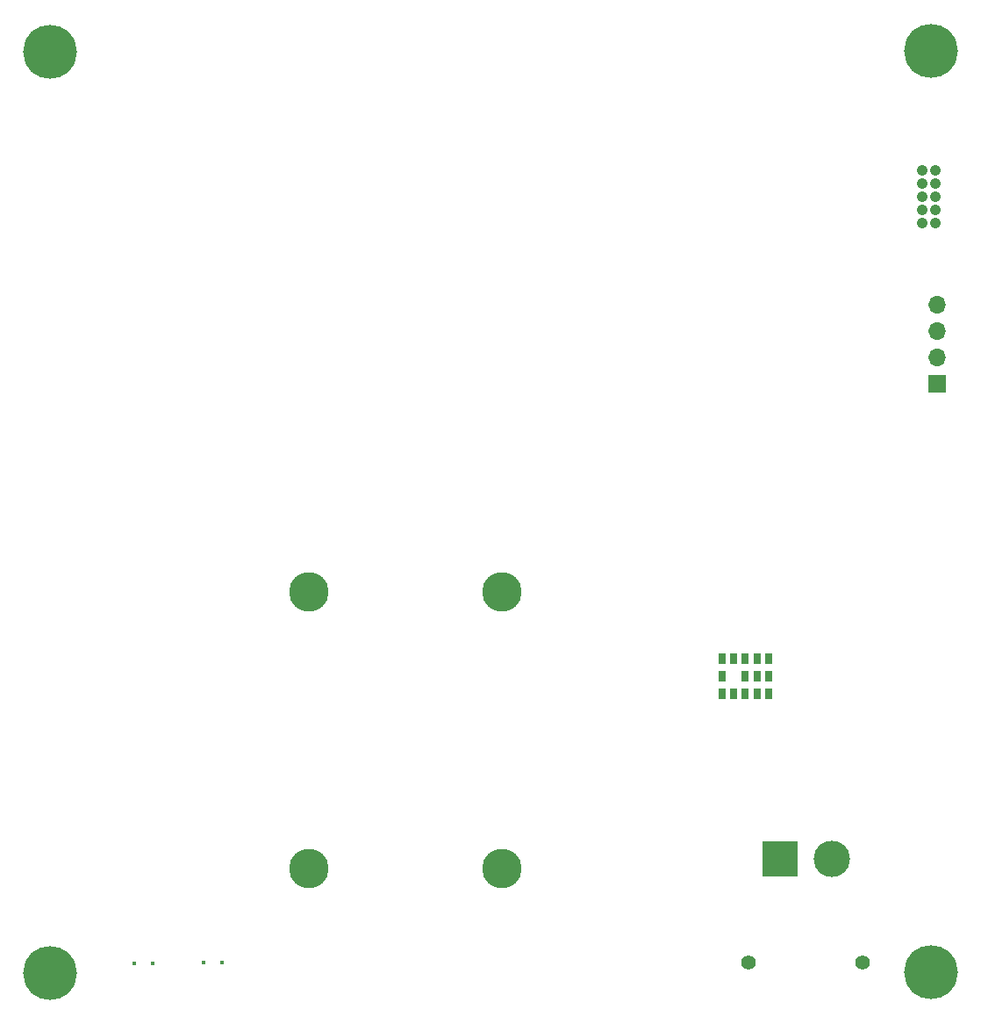
<source format=gbs>
%TF.GenerationSoftware,KiCad,Pcbnew,8.0.4-8.0.4-0~ubuntu22.04.1*%
%TF.CreationDate,2024-08-14T22:53:29+09:00*%
%TF.ProjectId,main,6d61696e-2e6b-4696-9361-645f70636258,rev?*%
%TF.SameCoordinates,Original*%
%TF.FileFunction,Soldermask,Bot*%
%TF.FilePolarity,Negative*%
%FSLAX46Y46*%
G04 Gerber Fmt 4.6, Leading zero omitted, Abs format (unit mm)*
G04 Created by KiCad (PCBNEW 8.0.4-8.0.4-0~ubuntu22.04.1) date 2024-08-14 22:53:29*
%MOMM*%
%LPD*%
G01*
G04 APERTURE LIST*
%ADD10C,0.375000*%
%ADD11C,5.200000*%
%ADD12R,1.700000X1.700000*%
%ADD13O,1.700000X1.700000*%
%ADD14C,3.800000*%
%ADD15C,1.070000*%
%ADD16C,1.400000*%
%ADD17R,3.500000X3.500000*%
%ADD18C,3.500000*%
%ADD19R,0.700000X1.100000*%
%ADD20R,0.800000X1.100000*%
G04 APERTURE END LIST*
D10*
%TO.C,SW2*%
X111110000Y-139155000D03*
X109310000Y-139155000D03*
%TD*%
D11*
%TO.C,H3*%
X94550000Y-140100000D03*
X94550000Y-140100000D03*
%TD*%
D12*
%TO.C,J12*%
X180086000Y-83355200D03*
D13*
X180086000Y-80815200D03*
X180086000Y-78275200D03*
X180086000Y-75735200D03*
%TD*%
D14*
%TO.C,H6*%
X138090000Y-103360000D03*
%TD*%
%TO.C,H8*%
X119490000Y-130060000D03*
%TD*%
%TO.C,H5*%
X119490000Y-103360000D03*
%TD*%
D11*
%TO.C,H2*%
X179525000Y-51275000D03*
X179525000Y-51275000D03*
%TD*%
%TO.C,H4*%
X179541600Y-140093000D03*
X179541600Y-140093000D03*
%TD*%
D15*
%TO.C,J11*%
X178705000Y-62730000D03*
X179975000Y-62730000D03*
X178705000Y-64000000D03*
X179975000Y-64000000D03*
X178705000Y-65270000D03*
X179975000Y-65270000D03*
X178705000Y-66540000D03*
X179975000Y-66540000D03*
X178705000Y-67810000D03*
X179975000Y-67810000D03*
%TD*%
D14*
%TO.C,H7*%
X138090000Y-130060000D03*
%TD*%
D10*
%TO.C,SW1*%
X104455200Y-139232300D03*
X102655200Y-139232300D03*
%TD*%
D16*
%TO.C,J1*%
X172922500Y-139147500D03*
X161922500Y-139147500D03*
D17*
X164922500Y-129147500D03*
D18*
X169922500Y-129147500D03*
%TD*%
D11*
%TO.C,H1*%
X94550000Y-51300000D03*
X94550000Y-51300000D03*
%TD*%
D19*
%TO.C,U1*%
X159339900Y-113243200D03*
X160439900Y-113243200D03*
D20*
X161589900Y-113243200D03*
D19*
X162739900Y-113243200D03*
X163839900Y-113243200D03*
X163839900Y-111543200D03*
X163839900Y-109843200D03*
X162739900Y-109843200D03*
D20*
X161589900Y-109843200D03*
D19*
X160439900Y-109843200D03*
X159339900Y-109843200D03*
X159339900Y-111543200D03*
D20*
X161589900Y-111543200D03*
D19*
X162739900Y-111543200D03*
%TD*%
M02*

</source>
